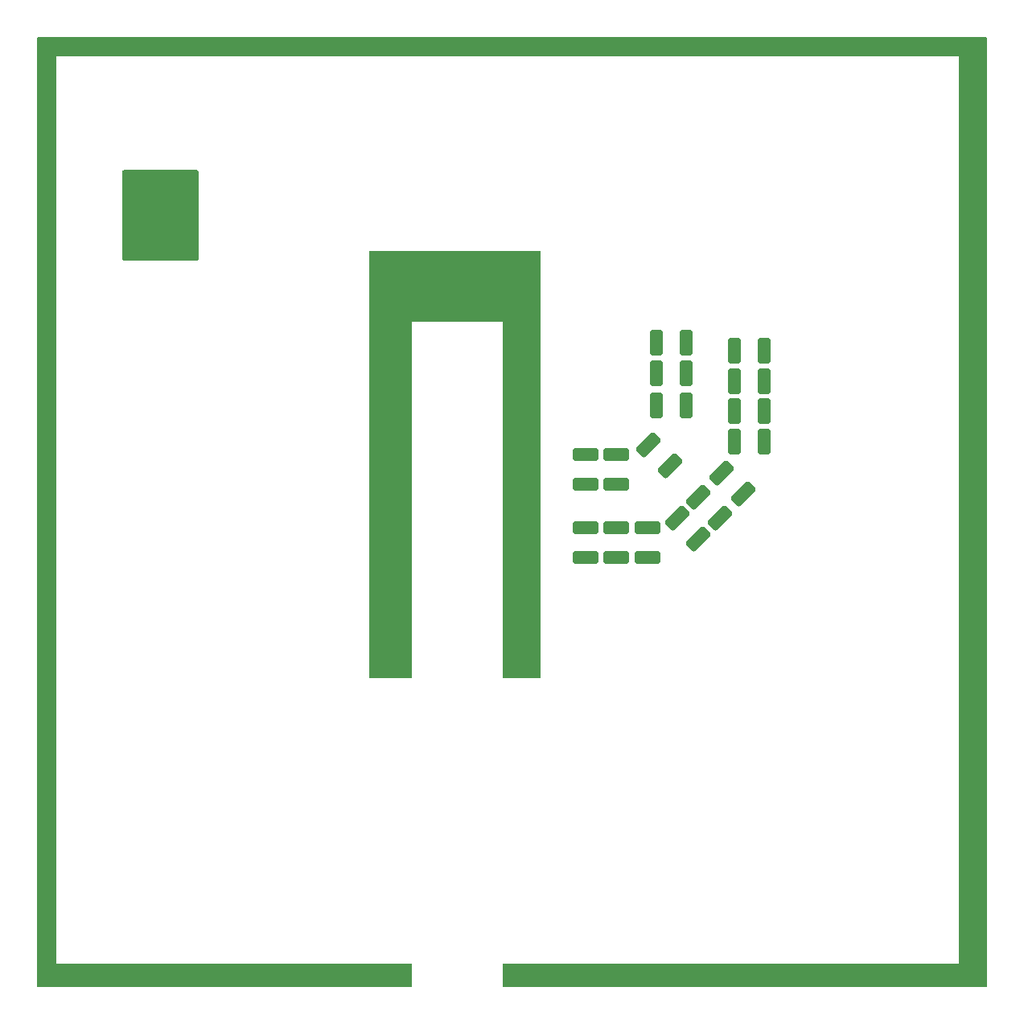
<source format=gbp>
G04 #@! TF.GenerationSoftware,KiCad,Pcbnew,(7.0.0)*
G04 #@! TF.CreationDate,2023-02-14T12:16:20+01:00*
G04 #@! TF.ProjectId,Ampli_0_5W,416d706c-695f-4305-9f35-572e6b696361,rev?*
G04 #@! TF.SameCoordinates,Original*
G04 #@! TF.FileFunction,Paste,Bot*
G04 #@! TF.FilePolarity,Positive*
%FSLAX46Y46*%
G04 Gerber Fmt 4.6, Leading zero omitted, Abs format (unit mm)*
G04 Created by KiCad (PCBNEW (7.0.0)) date 2023-02-14 12:16:20*
%MOMM*%
%LPD*%
G01*
G04 APERTURE LIST*
G04 Aperture macros list*
%AMRoundRect*
0 Rectangle with rounded corners*
0 $1 Rounding radius*
0 $2 $3 $4 $5 $6 $7 $8 $9 X,Y pos of 4 corners*
0 Add a 4 corners polygon primitive as box body*
4,1,4,$2,$3,$4,$5,$6,$7,$8,$9,$2,$3,0*
0 Add four circle primitives for the rounded corners*
1,1,$1+$1,$2,$3*
1,1,$1+$1,$4,$5*
1,1,$1+$1,$6,$7*
1,1,$1+$1,$8,$9*
0 Add four rect primitives between the rounded corners*
20,1,$1+$1,$2,$3,$4,$5,0*
20,1,$1+$1,$4,$5,$6,$7,0*
20,1,$1+$1,$6,$7,$8,$9,0*
20,1,$1+$1,$8,$9,$2,$3,0*%
G04 Aperture macros list end*
%ADD10RoundRect,0.250000X1.069499X0.486136X0.486136X1.069499X-1.069499X-0.486136X-0.486136X-1.069499X0*%
%ADD11RoundRect,0.250000X1.100000X-0.412500X1.100000X0.412500X-1.100000X0.412500X-1.100000X-0.412500X0*%
%ADD12RoundRect,0.250000X-1.100000X0.412500X-1.100000X-0.412500X1.100000X-0.412500X1.100000X0.412500X0*%
%ADD13RoundRect,0.250000X0.412500X1.100000X-0.412500X1.100000X-0.412500X-1.100000X0.412500X-1.100000X0*%
%ADD14RoundRect,0.250000X-0.412500X-1.100000X0.412500X-1.100000X0.412500X1.100000X-0.412500X1.100000X0*%
%ADD15RoundRect,0.250000X-1.069499X-0.486136X-0.486136X-1.069499X1.069499X0.486136X0.486136X1.069499X0*%
G04 APERTURE END LIST*
D10*
X149604854Y-82854854D03*
X147395146Y-80645146D03*
D11*
X144250000Y-84812500D03*
X144250000Y-81687500D03*
D12*
X141000000Y-73937500D03*
X141000000Y-77062500D03*
X137750000Y-73937500D03*
X137750000Y-77062500D03*
D13*
X156562500Y-72600000D03*
X153437500Y-72600000D03*
D14*
X145237500Y-62200000D03*
X148362500Y-62200000D03*
D11*
X141000000Y-84812500D03*
X141000000Y-81687500D03*
D13*
X156562500Y-66200000D03*
X153437500Y-66200000D03*
D11*
X137750000Y-84812500D03*
X137750000Y-81687500D03*
D10*
X154304854Y-78104854D03*
X152095146Y-75895146D03*
D14*
X145237500Y-68800000D03*
X148362500Y-68800000D03*
D13*
X156562500Y-69400000D03*
X153437500Y-69400000D03*
D15*
X144395146Y-72895146D03*
X146604854Y-75104854D03*
D14*
X145237500Y-65400000D03*
X148362500Y-65400000D03*
D13*
X156562500Y-63000000D03*
X153437500Y-63000000D03*
D10*
X151854854Y-80604854D03*
X149645146Y-78395146D03*
G36*
X132938000Y-52516613D02*
G01*
X132983387Y-52562000D01*
X133000000Y-52624000D01*
X133000000Y-97376000D01*
X132983387Y-97438000D01*
X132938000Y-97483387D01*
X132876000Y-97500000D01*
X129124000Y-97500000D01*
X129062000Y-97483387D01*
X129016613Y-97438000D01*
X129000000Y-97376000D01*
X129000000Y-60016326D01*
X128996549Y-60003450D01*
X128983674Y-60000000D01*
X119516326Y-60000000D01*
X119503450Y-60003450D01*
X119500000Y-60016326D01*
X119500000Y-97376000D01*
X119483387Y-97438000D01*
X119438000Y-97483387D01*
X119376000Y-97500000D01*
X115124000Y-97500000D01*
X115062000Y-97483387D01*
X115016613Y-97438000D01*
X115000000Y-97376000D01*
X115000000Y-52624000D01*
X115016613Y-52562000D01*
X115062000Y-52516613D01*
X115124000Y-52500000D01*
X132876000Y-52500000D01*
X132938000Y-52516613D01*
G37*
G36*
X179937000Y-30016881D02*
G01*
X179983119Y-30063000D01*
X180000000Y-30126000D01*
X180000000Y-129874000D01*
X179983119Y-129937000D01*
X179937000Y-129983119D01*
X179874000Y-130000000D01*
X129126000Y-130000000D01*
X129063000Y-129983119D01*
X129016881Y-129937000D01*
X129000000Y-129874000D01*
X129000000Y-127626000D01*
X129016881Y-127563000D01*
X129063000Y-127516881D01*
X129126000Y-127500000D01*
X176983410Y-127500000D01*
X176996493Y-127496493D01*
X177000000Y-127483410D01*
X177000000Y-32016590D01*
X176996493Y-32003506D01*
X176983410Y-32000000D01*
X82016590Y-32000000D01*
X82003506Y-32003506D01*
X82000000Y-32016590D01*
X82000000Y-127483410D01*
X82003506Y-127496493D01*
X82016590Y-127500000D01*
X119374000Y-127500000D01*
X119437000Y-127516881D01*
X119483119Y-127563000D01*
X119500000Y-127626000D01*
X119500000Y-129874000D01*
X119483119Y-129937000D01*
X119437000Y-129983119D01*
X119374000Y-130000000D01*
X80126000Y-130000000D01*
X80063000Y-129983119D01*
X80016881Y-129937000D01*
X80000000Y-129874000D01*
X80000000Y-30126000D01*
X80016881Y-30063000D01*
X80063000Y-30016881D01*
X80126000Y-30000000D01*
X179874000Y-30000000D01*
X179937000Y-30016881D01*
G37*
G36*
X96937000Y-44016881D02*
G01*
X96983119Y-44063000D01*
X97000000Y-44126000D01*
X97000000Y-53374000D01*
X96983119Y-53437000D01*
X96937000Y-53483119D01*
X96874000Y-53500000D01*
X89126000Y-53500000D01*
X89063000Y-53483119D01*
X89016881Y-53437000D01*
X89000000Y-53374000D01*
X89000000Y-44126000D01*
X89016881Y-44063000D01*
X89063000Y-44016881D01*
X89126000Y-44000000D01*
X96874000Y-44000000D01*
X96937000Y-44016881D01*
G37*
M02*

</source>
